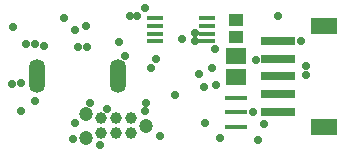
<source format=gbs>
G04*
G04 #@! TF.GenerationSoftware,Altium Limited,Altium Designer,21.6.4 (81)*
G04*
G04 Layer_Color=16711935*
%FSLAX44Y44*%
%MOMM*%
G71*
G04*
G04 #@! TF.SameCoordinates,42E99185-249E-4A08-A5EB-3BBFC5BDC6E3*
G04*
G04*
G04 #@! TF.FilePolarity,Negative*
G04*
G01*
G75*
%ADD15R,2.2098X1.3970*%
%ADD16R,2.9972X0.7112*%
%ADD26C,1.1942*%
G04:AMPARAMS|DCode=27|XSize=1.3502mm|YSize=2.8702mm|CornerRadius=0.6751mm|HoleSize=0mm|Usage=FLASHONLY|Rotation=0.000|XOffset=0mm|YOffset=0mm|HoleType=Round|Shape=RoundedRectangle|*
%AMROUNDEDRECTD27*
21,1,1.3502,1.5200,0,0,0.0*
21,1,0.0000,2.8702,0,0,0.0*
1,1,1.3502,0.0000,-0.7600*
1,1,1.3502,0.0000,-0.7600*
1,1,1.3502,0.0000,0.7600*
1,1,1.3502,0.0000,0.7600*
%
%ADD27ROUNDEDRECTD27*%
%ADD28C,0.7112*%
%ADD38R,1.3082X1.0057*%
%ADD40R,1.9000X0.4000*%
%ADD41R,1.3335X0.4318*%
%ADD42C,0.9902*%
%ADD43R,1.6532X1.3532*%
D15*
X268890Y21000D02*
D03*
Y106000D02*
D03*
D16*
X229870Y33500D02*
D03*
Y48500D02*
D03*
Y63500D02*
D03*
Y78500D02*
D03*
Y93500D02*
D03*
D26*
X118110Y21590D02*
D03*
X67310Y11430D02*
D03*
Y31750D02*
D03*
D27*
X25690Y63500D02*
D03*
X93690D02*
D03*
D28*
X57658Y102743D02*
D03*
X173736Y70279D02*
D03*
X159004Y100076D02*
D03*
X176276Y86868D02*
D03*
X208026Y33020D02*
D03*
X70104Y40640D02*
D03*
X23563Y91254D02*
D03*
X110490Y114554D02*
D03*
X249174Y93472D02*
D03*
X121666Y70358D02*
D03*
X84836Y35814D02*
D03*
X229870Y114554D02*
D03*
X78486Y5334D02*
D03*
X162306Y65786D02*
D03*
X126492Y78232D02*
D03*
X95123Y92456D02*
D03*
X117602Y41402D02*
D03*
X142748Y48200D02*
D03*
X253492Y72136D02*
D03*
X167234Y54508D02*
D03*
X253492Y64770D02*
D03*
X210820Y77216D02*
D03*
X68146Y88138D02*
D03*
X103886Y114300D02*
D03*
X60452Y88138D02*
D03*
X117094Y121666D02*
D03*
X117348Y33909D02*
D03*
X100076Y80518D02*
D03*
X16101Y90960D02*
D03*
X5080Y105156D02*
D03*
X48514Y113284D02*
D03*
X57912Y23876D02*
D03*
X4700Y56768D02*
D03*
X12206Y33885D02*
D03*
X31496Y89535D02*
D03*
X23622Y42672D02*
D03*
X56134Y10160D02*
D03*
X176911Y56201D02*
D03*
X212852Y9398D02*
D03*
X129540Y12700D02*
D03*
X180400Y11430D02*
D03*
X148209Y95123D02*
D03*
X12192Y57658D02*
D03*
X67056Y105918D02*
D03*
X217913Y23622D02*
D03*
X167386Y24384D02*
D03*
X159512Y93472D02*
D03*
D38*
X193900Y111462D02*
D03*
Y96938D02*
D03*
D40*
X194310Y21020D02*
D03*
Y33020D02*
D03*
Y45020D02*
D03*
D41*
X169482Y112620D02*
D03*
Y106120D02*
D03*
Y99620D02*
D03*
Y93120D02*
D03*
X125159D02*
D03*
Y99620D02*
D03*
Y106120D02*
D03*
Y112620D02*
D03*
D42*
X105410Y15240D02*
D03*
Y27940D02*
D03*
X92710Y15240D02*
D03*
Y27940D02*
D03*
X80010D02*
D03*
Y15240D02*
D03*
D43*
X193900Y63450D02*
D03*
Y80950D02*
D03*
M02*

</source>
